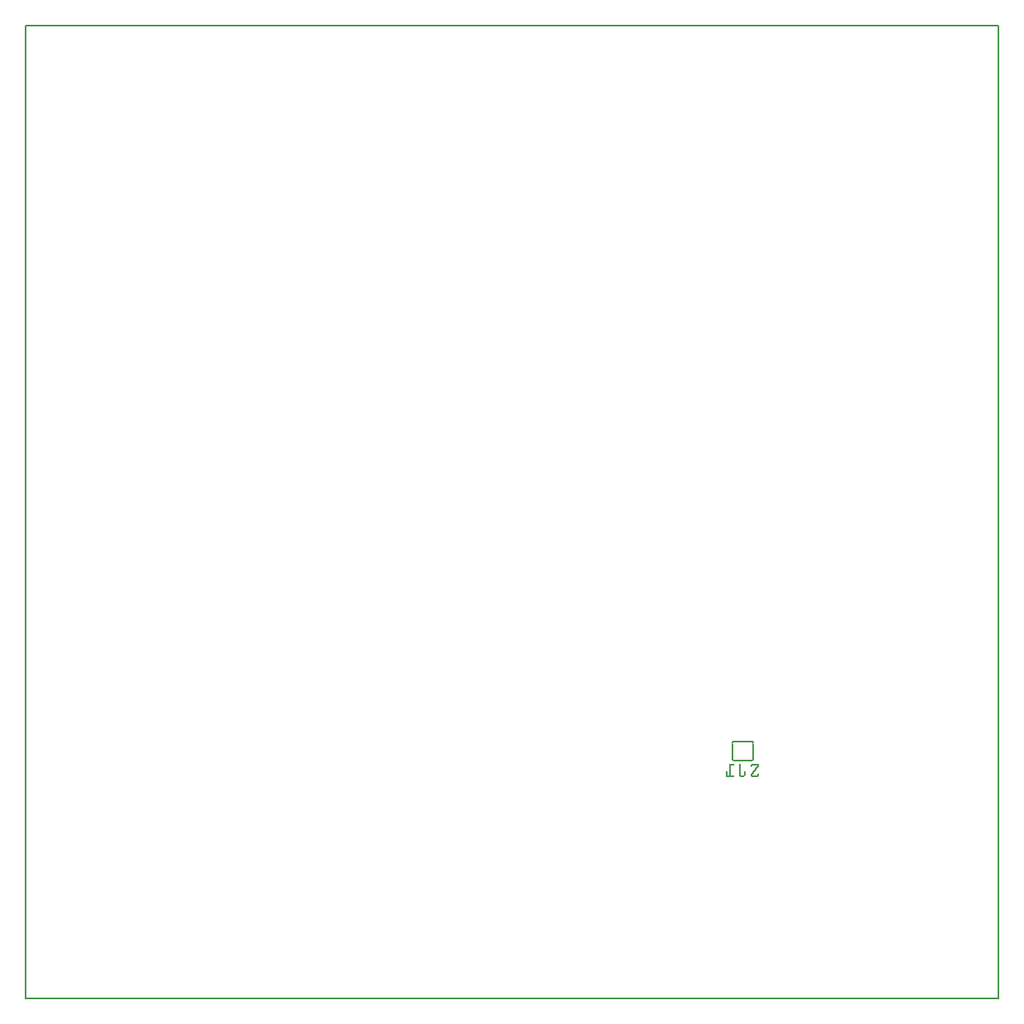
<source format=gbo>
G04 MADE WITH FRITZING*
G04 WWW.FRITZING.ORG*
G04 DOUBLE SIDED*
G04 HOLES PLATED*
G04 CONTOUR ON CENTER OF CONTOUR VECTOR*
%ASAXBY*%
%FSLAX23Y23*%
%MOIN*%
%OFA0B0*%
%SFA1.0B1.0*%
%ADD10R,3.937010X3.937010X3.921010X3.921010*%
%ADD11C,0.008000*%
%ADD12C,0.006000*%
%ADD13R,0.001000X0.001000*%
%LNSILK0*%
G90*
G70*
G54D11*
X4Y3933D02*
X3933Y3933D01*
X3933Y4D01*
X4Y4D01*
X4Y3933D01*
D02*
G54D12*
X2868Y964D02*
X2931Y964D01*
D02*
X2857Y974D02*
X2857Y1033D01*
D02*
X2943Y974D02*
X2943Y1033D01*
D02*
X2931Y1042D02*
X2868Y1042D01*
G54D13*
X2863Y1045D02*
X2868Y1045D01*
X2931Y1045D02*
X2936Y1045D01*
X2861Y1044D02*
X2868Y1044D01*
X2931Y1044D02*
X2938Y1044D01*
X2859Y1043D02*
X2867Y1043D01*
X2931Y1043D02*
X2940Y1043D01*
X2858Y1042D02*
X2867Y1042D01*
X2932Y1042D02*
X2941Y1042D01*
X2857Y1041D02*
X2867Y1041D01*
X2932Y1041D02*
X2942Y1041D01*
X2856Y1040D02*
X2867Y1040D01*
X2932Y1040D02*
X2943Y1040D01*
X2856Y1039D02*
X2862Y1039D01*
X2937Y1039D02*
X2943Y1039D01*
X2855Y1038D02*
X2861Y1038D01*
X2938Y1038D02*
X2944Y1038D01*
X2855Y1037D02*
X2860Y1037D01*
X2939Y1037D02*
X2944Y1037D01*
X2854Y1036D02*
X2860Y1036D01*
X2939Y1036D02*
X2945Y1036D01*
X2854Y1035D02*
X2859Y1035D01*
X2940Y1035D02*
X2945Y1035D01*
X2854Y1034D02*
X2859Y1034D01*
X2940Y1034D02*
X2945Y1034D01*
X2857Y1033D02*
X2858Y1033D01*
X2940Y1033D02*
X2942Y1033D01*
X2857Y974D02*
X2859Y974D01*
X2940Y974D02*
X2942Y974D01*
X2854Y973D02*
X2859Y973D01*
X2940Y973D02*
X2945Y973D01*
X2854Y972D02*
X2859Y972D01*
X2940Y972D02*
X2945Y972D01*
X2854Y971D02*
X2860Y971D01*
X2939Y971D02*
X2945Y971D01*
X2855Y970D02*
X2860Y970D01*
X2939Y970D02*
X2944Y970D01*
X2855Y969D02*
X2861Y969D01*
X2938Y969D02*
X2944Y969D01*
X2856Y968D02*
X2863Y968D01*
X2936Y968D02*
X2943Y968D01*
X2856Y967D02*
X2867Y967D01*
X2932Y967D02*
X2943Y967D01*
X2857Y966D02*
X2867Y966D01*
X2932Y966D02*
X2942Y966D01*
X2858Y965D02*
X2867Y965D01*
X2932Y965D02*
X2941Y965D01*
X2859Y964D02*
X2867Y964D01*
X2931Y964D02*
X2940Y964D01*
X2861Y963D02*
X2868Y963D01*
X2931Y963D02*
X2938Y963D01*
X2863Y962D02*
X2868Y962D01*
X2931Y962D02*
X2936Y962D01*
X2845Y952D02*
X2863Y952D01*
X2886Y952D02*
X2889Y952D01*
X2938Y952D02*
X2960Y952D01*
X2845Y951D02*
X2864Y951D01*
X2885Y951D02*
X2890Y951D01*
X2936Y951D02*
X2961Y951D01*
X2845Y950D02*
X2864Y950D01*
X2885Y950D02*
X2890Y950D01*
X2934Y950D02*
X2963Y950D01*
X2845Y949D02*
X2864Y949D01*
X2885Y949D02*
X2890Y949D01*
X2933Y949D02*
X2963Y949D01*
X2845Y948D02*
X2864Y948D01*
X2884Y948D02*
X2891Y948D01*
X2933Y948D02*
X2964Y948D01*
X2845Y947D02*
X2864Y947D01*
X2884Y947D02*
X2891Y947D01*
X2932Y947D02*
X2964Y947D01*
X2845Y946D02*
X2863Y946D01*
X2884Y946D02*
X2891Y946D01*
X2932Y946D02*
X2965Y946D01*
X2845Y945D02*
X2851Y945D01*
X2884Y945D02*
X2891Y945D01*
X2931Y945D02*
X2938Y945D01*
X2959Y945D02*
X2965Y945D01*
X2845Y944D02*
X2851Y944D01*
X2884Y944D02*
X2891Y944D01*
X2931Y944D02*
X2938Y944D01*
X2959Y944D02*
X2965Y944D01*
X2845Y943D02*
X2851Y943D01*
X2884Y943D02*
X2891Y943D01*
X2931Y943D02*
X2937Y943D01*
X2958Y943D02*
X2965Y943D01*
X2845Y942D02*
X2851Y942D01*
X2884Y942D02*
X2891Y942D01*
X2931Y942D02*
X2937Y942D01*
X2957Y942D02*
X2964Y942D01*
X2845Y941D02*
X2851Y941D01*
X2884Y941D02*
X2891Y941D01*
X2932Y941D02*
X2937Y941D01*
X2956Y941D02*
X2964Y941D01*
X2845Y940D02*
X2851Y940D01*
X2884Y940D02*
X2891Y940D01*
X2933Y940D02*
X2935Y940D01*
X2955Y940D02*
X2963Y940D01*
X2845Y939D02*
X2851Y939D01*
X2884Y939D02*
X2891Y939D01*
X2955Y939D02*
X2963Y939D01*
X2845Y938D02*
X2851Y938D01*
X2884Y938D02*
X2891Y938D01*
X2954Y938D02*
X2962Y938D01*
X2845Y937D02*
X2851Y937D01*
X2884Y937D02*
X2891Y937D01*
X2953Y937D02*
X2961Y937D01*
X2845Y936D02*
X2851Y936D01*
X2884Y936D02*
X2891Y936D01*
X2952Y936D02*
X2960Y936D01*
X2845Y935D02*
X2851Y935D01*
X2884Y935D02*
X2891Y935D01*
X2952Y935D02*
X2960Y935D01*
X2845Y934D02*
X2851Y934D01*
X2884Y934D02*
X2891Y934D01*
X2951Y934D02*
X2959Y934D01*
X2845Y933D02*
X2851Y933D01*
X2884Y933D02*
X2891Y933D01*
X2950Y933D02*
X2958Y933D01*
X2845Y932D02*
X2851Y932D01*
X2884Y932D02*
X2891Y932D01*
X2949Y932D02*
X2957Y932D01*
X2845Y931D02*
X2851Y931D01*
X2884Y931D02*
X2891Y931D01*
X2948Y931D02*
X2956Y931D01*
X2845Y930D02*
X2851Y930D01*
X2884Y930D02*
X2891Y930D01*
X2948Y930D02*
X2956Y930D01*
X2845Y929D02*
X2851Y929D01*
X2884Y929D02*
X2891Y929D01*
X2947Y929D02*
X2955Y929D01*
X2845Y928D02*
X2851Y928D01*
X2884Y928D02*
X2891Y928D01*
X2946Y928D02*
X2954Y928D01*
X2845Y927D02*
X2851Y927D01*
X2884Y927D02*
X2891Y927D01*
X2945Y927D02*
X2953Y927D01*
X2845Y926D02*
X2851Y926D01*
X2884Y926D02*
X2891Y926D01*
X2945Y926D02*
X2953Y926D01*
X2845Y925D02*
X2851Y925D01*
X2884Y925D02*
X2891Y925D01*
X2944Y925D02*
X2952Y925D01*
X2845Y924D02*
X2851Y924D01*
X2884Y924D02*
X2891Y924D01*
X2943Y924D02*
X2951Y924D01*
X2845Y923D02*
X2851Y923D01*
X2884Y923D02*
X2891Y923D01*
X2942Y923D02*
X2950Y923D01*
X2832Y922D02*
X2836Y922D01*
X2845Y922D02*
X2851Y922D01*
X2884Y922D02*
X2891Y922D01*
X2906Y922D02*
X2910Y922D01*
X2941Y922D02*
X2949Y922D01*
X2831Y921D02*
X2836Y921D01*
X2845Y921D02*
X2851Y921D01*
X2884Y921D02*
X2891Y921D01*
X2906Y921D02*
X2911Y921D01*
X2941Y921D02*
X2949Y921D01*
X2831Y920D02*
X2837Y920D01*
X2845Y920D02*
X2851Y920D01*
X2884Y920D02*
X2891Y920D01*
X2905Y920D02*
X2911Y920D01*
X2940Y920D02*
X2948Y920D01*
X2831Y919D02*
X2837Y919D01*
X2845Y919D02*
X2851Y919D01*
X2884Y919D02*
X2891Y919D01*
X2905Y919D02*
X2911Y919D01*
X2939Y919D02*
X2947Y919D01*
X2831Y918D02*
X2837Y918D01*
X2845Y918D02*
X2851Y918D01*
X2884Y918D02*
X2891Y918D01*
X2905Y918D02*
X2911Y918D01*
X2938Y918D02*
X2946Y918D01*
X2831Y917D02*
X2837Y917D01*
X2845Y917D02*
X2851Y917D01*
X2884Y917D02*
X2891Y917D01*
X2905Y917D02*
X2911Y917D01*
X2938Y917D02*
X2946Y917D01*
X2831Y916D02*
X2837Y916D01*
X2845Y916D02*
X2851Y916D01*
X2884Y916D02*
X2891Y916D01*
X2905Y916D02*
X2911Y916D01*
X2937Y916D02*
X2945Y916D01*
X2831Y915D02*
X2837Y915D01*
X2845Y915D02*
X2851Y915D01*
X2884Y915D02*
X2891Y915D01*
X2905Y915D02*
X2911Y915D01*
X2936Y915D02*
X2944Y915D01*
X2831Y914D02*
X2837Y914D01*
X2845Y914D02*
X2851Y914D01*
X2884Y914D02*
X2891Y914D01*
X2905Y914D02*
X2911Y914D01*
X2935Y914D02*
X2943Y914D01*
X2831Y913D02*
X2837Y913D01*
X2845Y913D02*
X2851Y913D01*
X2884Y913D02*
X2891Y913D01*
X2905Y913D02*
X2911Y913D01*
X2934Y913D02*
X2943Y913D01*
X2831Y912D02*
X2837Y912D01*
X2845Y912D02*
X2851Y912D01*
X2884Y912D02*
X2891Y912D01*
X2905Y912D02*
X2911Y912D01*
X2934Y912D02*
X2942Y912D01*
X2831Y911D02*
X2837Y911D01*
X2845Y911D02*
X2851Y911D01*
X2884Y911D02*
X2891Y911D01*
X2905Y911D02*
X2911Y911D01*
X2933Y911D02*
X2941Y911D01*
X2961Y911D02*
X2962Y911D01*
X2831Y910D02*
X2837Y910D01*
X2845Y910D02*
X2851Y910D01*
X2884Y910D02*
X2891Y910D01*
X2905Y910D02*
X2911Y910D01*
X2932Y910D02*
X2940Y910D01*
X2960Y910D02*
X2964Y910D01*
X2831Y909D02*
X2837Y909D01*
X2845Y909D02*
X2851Y909D01*
X2885Y909D02*
X2891Y909D01*
X2905Y909D02*
X2911Y909D01*
X2932Y909D02*
X2939Y909D01*
X2959Y909D02*
X2965Y909D01*
X2831Y908D02*
X2837Y908D01*
X2845Y908D02*
X2851Y908D01*
X2885Y908D02*
X2891Y908D01*
X2905Y908D02*
X2911Y908D01*
X2931Y908D02*
X2939Y908D01*
X2959Y908D02*
X2965Y908D01*
X2831Y907D02*
X2837Y907D01*
X2845Y907D02*
X2851Y907D01*
X2885Y907D02*
X2891Y907D01*
X2905Y907D02*
X2911Y907D01*
X2931Y907D02*
X2938Y907D01*
X2959Y907D02*
X2965Y907D01*
X2831Y906D02*
X2837Y906D01*
X2845Y906D02*
X2851Y906D01*
X2885Y906D02*
X2892Y906D01*
X2904Y906D02*
X2911Y906D01*
X2931Y906D02*
X2937Y906D01*
X2958Y906D02*
X2965Y906D01*
X2831Y905D02*
X2862Y905D01*
X2885Y905D02*
X2910Y905D01*
X2931Y905D02*
X2964Y905D01*
X2831Y904D02*
X2864Y904D01*
X2886Y904D02*
X2910Y904D01*
X2932Y904D02*
X2964Y904D01*
X2831Y903D02*
X2864Y903D01*
X2886Y903D02*
X2909Y903D01*
X2932Y903D02*
X2964Y903D01*
X2831Y902D02*
X2864Y902D01*
X2887Y902D02*
X2909Y902D01*
X2933Y902D02*
X2963Y902D01*
X2831Y901D02*
X2864Y901D01*
X2888Y901D02*
X2908Y901D01*
X2933Y901D02*
X2962Y901D01*
X2831Y900D02*
X2864Y900D01*
X2889Y900D02*
X2906Y900D01*
X2934Y900D02*
X2961Y900D01*
X2832Y899D02*
X2863Y899D01*
X2891Y899D02*
X2904Y899D01*
X2936Y899D02*
X2959Y899D01*
D02*
G04 End of Silk0*
M02*
</source>
